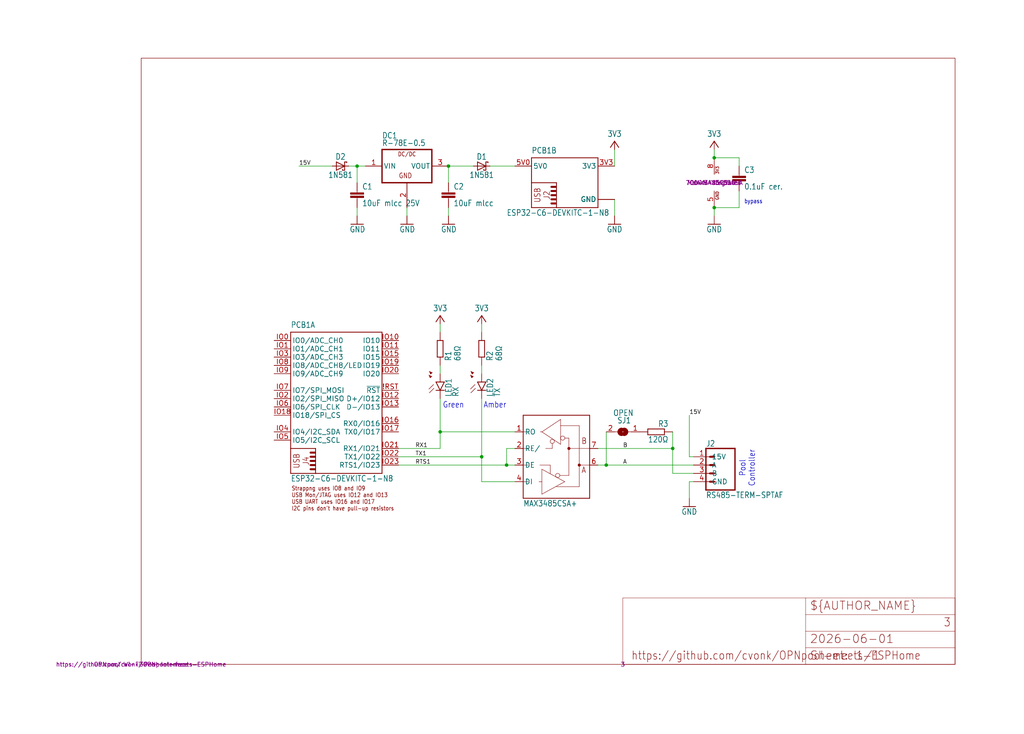
<source format=kicad_sch>
(kicad_sch (version 20250114) (generator "eeschema") (generator_version "9.0")
  (paper "User" 313.182 224.536)
  (lib_symbols
    (symbol "OPNpool r4-eagle-import:1N581"
      (property "Reference" "D" (at 0 1.905 0))
      (symbol "1N581_1_0"
        (polyline (pts (xy -1.27 1.27) (xy -1.27 -1.27)) (stroke (width 0.254)))
        (polyline (pts (xy -1.27 -1.27) (xy 1.27 0)) (stroke (width 0.254)))
        (polyline (pts (xy 0.635 -1.016) (xy 0.635 -1.27)) (stroke (width 0.254)))
        (polyline (pts (xy 1.27 1.27) (xy 1.27 0)) (stroke (width 0.254)))
        (polyline (pts (xy 1.27 0) (xy -1.27 1.27)) (stroke (width 0.254)))
        (polyline (pts (xy 1.27 0) (xy 1.27 -1.27)) (stroke (width 0.254)))
        (polyline (pts (xy 1.27 -1.27) (xy 0.635 -1.27)) (stroke (width 0.254)))
        (polyline (pts (xy 1.905 1.27) (xy 1.27 1.27)) (stroke (width 0.254)))
        (polyline (pts (xy 1.905 1.27) (xy 1.905 1.016)) (stroke (width 0.254)))
        (pin passive line (at -2.54 0 0) (length 2.54) (name "A") (number "A"))
        (pin passive line (at 2.54 0 180) (length 2.54) (name "C") (number "C"))
      )
    )
    (symbol "OPNpool r4-eagle-import:3V3" (power)
      (symbol "3V3_1_0"
        (polyline (pts (xy 0 0) (xy -1.27 -1.905)) (stroke (width 0.254)))
        (polyline (pts (xy 1.27 -1.905) (xy 0 0)) (stroke (width 0.254)))
        (pin power_in line (at 0 -2.54 90) (length 2.54) (name "3V3") (number "1"))
      )
    )
    (symbol "OPNpool r4-eagle-import:C-EUC0805K"
      (property "Reference" "C" (at 1.524 0.381 0))
      (symbol "C-EUC0805K_1_0"
        (rectangle (start -2.032 -1.016) (end 2.032 -0.508) (fill (type outline)))
        (rectangle (start -2.032 -2.032) (end 2.032 -1.524) (fill (type outline)))
        (polyline (pts (xy 0 0) (xy 0 -0.508)) (stroke (width 0.1524)))
        (polyline (pts (xy 0 -2.54) (xy 0 -2.032)) (stroke (width 0.1524)))
        (pin passive line (at 0 2.54 270) (length 2.54) (name "1") (number "1"))
        (pin passive line (at 0 -5.08 90) (length 2.54) (name "2") (number "2"))
      )
    )
    (symbol "OPNpool r4-eagle-import:ESP32-C6-DEVKITC-1-N8"
      (property "Reference" "PCB" (at 0 16.51 0))
      (symbol "ESP32-C6-DEVKITC-1-N8_1_0"
        (polyline (pts (xy 0 43.18) (xy 0 7.62)) (stroke (width 0.254)))
        (polyline (pts (xy 0 7.62) (xy 0 0)) (stroke (width 0.254)))
        (polyline (pts (xy 6.096 6.35) (xy 7.366 6.35)) (stroke (width 0.6096)))
        (polyline (pts (xy 6.096 5.08) (xy 7.366 5.08)) (stroke (width 0.6096)))
        (polyline (pts (xy 6.096 3.81) (xy 7.366 3.81)) (stroke (width 0.6096)))
        (polyline (pts (xy 6.096 2.54) (xy 7.366 2.54)) (stroke (width 0.6096)))
        (polyline (pts (xy 6.096 1.27) (xy 7.366 1.27)) (stroke (width 0.6096)))
        (polyline (pts (xy 7.62 7.62) (xy 0 7.62)) (stroke (width 0.254)))
        (polyline (pts (xy 7.62 7.62) (xy 7.62 0)) (stroke (width 0.254)))
        (polyline (pts (xy 7.62 0) (xy 0 0)) (stroke (width 0.254)))
        (polyline (pts (xy 7.62 0) (xy 27.94 0)) (stroke (width 0.254)))
        (polyline (pts (xy 27.94 43.18) (xy 0 43.18)) (stroke (width 0.254)))
        (polyline (pts (xy 27.94 0) (xy 27.94 43.18)) (stroke (width 0.254)))
        (text "Strappng uses IO8 and IO9\nUSB Mon/JTAG uses IO12 and IO13\nUSB UART uses IO16 and IO17\nI2C pins don't have pull-up resistors" (at 0.254 -11.43 0) (effects (font (size 1.27 1.0795)) (justify left bottom)))
        (text "USB\nJ4" (at 0.762 3.81 900) (effects (font (size 1.778 1.5113)) (justify top)))
        (pin bidirectional line (at -5.08 40.64 0) (length 5.08) (name "IO0/ADC_CH0") (number "IO0"))
        (pin bidirectional line (at -5.08 38.1 0) (length 5.08) (name "IO1/ADC_CH1") (number "IO1"))
        (pin bidirectional line (at -5.08 35.56 0) (length 5.08) (name "IO3/ADC_CH3") (number "IO3"))
        (pin bidirectional line (at -5.08 33.02 0) (length 5.08) (name "IO8/ADC_CH8/LED") (number "IO8"))
        (pin bidirectional line (at -5.08 30.48 0) (length 5.08) (name "IO9/ADC_CH9") (number "IO9"))
        (pin bidirectional line (at -5.08 25.4 0) (length 5.08) (name "IO7/SPI_MOSI") (number "IO7"))
        (pin bidirectional line (at -5.08 22.86 0) (length 5.08) (name "IO2/SPI_MISO") (number "IO2"))
        (pin bidirectional line (at -5.08 20.32 0) (length 5.08) (name "IO6/SPI_CLK") (number "IO6"))
        (pin bidirectional line (at -5.08 17.78 0) (length 5.08) (name "IO18/SPI_CS") (number "IO18"))
        (pin bidirectional line (at -5.08 12.7 0) (length 5.08) (name "IO4/I2C_SDA") (number "IO4"))
        (pin bidirectional line (at -5.08 10.16 0) (length 5.08) (name "IO5/I2C_SCL") (number "IO5"))
        (pin bidirectional line (at 33.02 40.64 180) (length 5.08) (name "IO10") (number "IO10"))
        (pin bidirectional line (at 33.02 38.1 180) (length 5.08) (name "IO11") (number "IO11"))
        (pin bidirectional line (at 33.02 35.56 180) (length 5.08) (name "IO15") (number "IO15"))
        (pin bidirectional line (at 33.02 33.02 180) (length 5.08) (name "IO19") (number "IO19"))
        (pin input line (at 33.02 30.48 180) (length 5.08) (name "IO20") (number "IO20"))
        (pin input line (at 33.02 25.4 180) (length 5.08) (name "~{RST}") (number "!RST"))
        (pin input line (at 33.02 22.86 180) (length 5.08) (name "D+/IO12") (number "IO12"))
        (pin input line (at 33.02 20.32 180) (length 5.08) (name "D-/IO13") (number "IO13"))
        (pin bidirectional line (at 33.02 15.24 180) (length 5.08) (name "RX0/IO16") (number "IO16"))
        (pin bidirectional line (at 33.02 12.7 180) (length 5.08) (name "TX0/IO17") (number "IO17"))
        (pin bidirectional line (at 33.02 7.62 180) (length 5.08) (name "RX1/IO21") (number "IO21"))
        (pin bidirectional line (at 33.02 5.08 180) (length 5.08) (name "TX1/IO22") (number "IO22"))
        (pin bidirectional line (at 33.02 2.54 180) (length 5.08) (name "RTS1/IO23") (number "IO23"))
      )
      (symbol "ESP32-C6-DEVKITC-1-N8_2_0"
        (polyline (pts (xy 0 15.24) (xy 0 7.62)) (stroke (width 0.254)))
        (polyline (pts (xy 0 7.62) (xy 0 0)) (stroke (width 0.254)))
        (polyline (pts (xy 0 0) (xy 7.62 0)) (stroke (width 0.254)))
        (polyline (pts (xy 6.096 6.35) (xy 7.366 6.35)) (stroke (width 0.6096)))
        (polyline (pts (xy 6.096 5.08) (xy 7.366 5.08)) (stroke (width 0.6096)))
        (polyline (pts (xy 6.096 3.81) (xy 7.366 3.81)) (stroke (width 0.6096)))
        (polyline (pts (xy 6.096 2.54) (xy 7.366 2.54)) (stroke (width 0.6096)))
        (polyline (pts (xy 6.096 1.27) (xy 7.366 1.27)) (stroke (width 0.6096)))
        (polyline (pts (xy 7.62 7.62) (xy 0 7.62)) (stroke (width 0.254)))
        (polyline (pts (xy 7.62 7.62) (xy 7.62 0)) (stroke (width 0.254)))
        (polyline (pts (xy 7.62 0) (xy 20.32 0)) (stroke (width 0.254)))
        (polyline (pts (xy 20.32 15.24) (xy 0 15.24)) (stroke (width 0.254)))
        (polyline (pts (xy 20.32 0) (xy 20.32 15.24)) (stroke (width 0.254)))
        (text "USB\nJ2" (at 0.762 3.81 900) (effects (font (size 1.778 1.5113)) (justify top)))
        (pin power_in line (at -5.08 12.7 0) (length 5.08) (name "5V0") (number "5V0"))
        (pin power_in line (at 25.4 12.7 180) (length 5.08) (name "3V3") (number "3V3"))
        (pin power_in line (at 25.4 2.54 180) (length 5.08) (name "GND") (number "GND"))
        (pin power_in line (at 25.4 2.54 180) (length 5.08) (name "GND") (number "GND@1"))
        (pin power_in line (at 25.4 2.54 180) (length 5.08) (name "GND") (number "GND@2"))
        (pin power_in line (at 25.4 2.54 180) (length 5.08) (name "GND") (number "GND@3"))
      )
    )
    (symbol "OPNpool r4-eagle-import:FRAME_LETTER_L"
      (symbol "FRAME_LETTER_L_1_0"
        (polyline (pts (xy 0 185.42) (xy 248.92 185.42) (xy 248.92 0) (xy 0 0) (xy 0 185.42)))
      )
      (symbol "FRAME_LETTER_L_2_0"
        (polyline (pts (xy 0 20.32) (xy 0 0)) (stroke (width 0.1016)))
        (polyline (pts (xy 0 0) (xy 55.88 0)) (stroke (width 0.1016)))
        (polyline (pts (xy 55.88 20.32) (xy 0 20.32)) (stroke (width 0.1016)))
        (polyline (pts (xy 55.88 20.32) (xy 55.88 15.24)) (stroke (width 0.1016)))
        (polyline (pts (xy 55.88 15.24) (xy 55.88 10.16)) (stroke (width 0.1016)))
        (polyline (pts (xy 55.88 15.24) (xy 101.6 15.24)) (stroke (width 0.1016)))
        (polyline (pts (xy 55.88 10.16) (xy 55.88 5.08)) (stroke (width 0.1016)))
        (polyline (pts (xy 55.88 10.16) (xy 101.6 10.16)) (stroke (width 0.1016)))
        (polyline (pts (xy 55.88 5.08) (xy 55.88 0)) (stroke (width 0.1016)))
        (polyline (pts (xy 55.88 5.08) (xy 101.6 5.08)) (stroke (width 0.1016)))
        (polyline (pts (xy 55.88 0) (xy 101.6 0)) (stroke (width 0.1016)))
        (polyline (pts (xy 101.6 20.32) (xy 55.88 20.32)) (stroke (width 0.1016)))
        (polyline (pts (xy 101.6 20.32) (xy 101.6 15.24)) (stroke (width 0.1016)))
        (polyline (pts (xy 101.6 15.24) (xy 101.6 10.16)) (stroke (width 0.1016)))
        (polyline (pts (xy 101.6 10.16) (xy 101.6 5.08)) (stroke (width 0.1016)))
        (polyline (pts (xy 101.6 5.08) (xy 101.6 0)) (stroke (width 0.1016)))
        (text "${DESCRIPTION}" (at 2.54 16.51 0) (effects (font (size 1.778 1.5113)) (justify left bottom)))
        (text "${URL}" (at 2.54 1.27 0) (effects (font (size 2.54 2.159)) (justify left bottom)))
        (text "${AUTHOR_NAME}" (at 57.15 16.51 0) (effects (font (size 2.54 2.54)) (justify left bottom)))
        (text "${PROJECTNAME}" (at 57.15 11.43 0) (effects (font (size 2.54 2.54)) (justify left bottom)))
        (text "${CURRENT_DATE}" (at 57.15 6.35 0) (effects (font (size 2.54 2.54)) (justify left bottom)))
        (text "Sheet:" (at 57.15 1.27 0) (effects (font (size 2.54 2.54)) (justify left bottom)))
        (text "${#}/${##}" (at 71.12 1.27 0) (effects (font (size 2.54 2.54)) (justify left bottom)))
        (text "${REV}" (at 100.33 11.43 0) (effects (font (size 2.54 2.159)) (justify right bottom)))
      )
    )
    (symbol "OPNpool r4-eagle-import:GND" (power)
      (symbol "GND_1_0"
        (polyline (pts (xy -1.905 0) (xy 1.905 0)) (stroke (width 0.254)))
        (pin power_in line (at 0 2.54 270) (length 2.54) (name "GND") (number "1"))
      )
    )
    (symbol "OPNpool r4-eagle-import:LEDCHIPLED_0805"
      (property "Reference" "LED" (at 3.556 -4.572 90))
      (symbol "LEDCHIPLED_0805_1_0"
        (polyline (pts (xy -3.429 2.159) (xy -3.048 1.27) (xy -2.54 1.778)) (stroke (width 0.1524)) (fill (type outline)))
        (polyline (pts (xy -3.302 3.302) (xy -2.921 2.413) (xy -2.413 2.921)) (stroke (width 0.1524)) (fill (type outline)))
        (polyline (pts (xy -2.032 -0.762) (xy -3.429 -2.159)) (stroke (width 0.1524)))
        (polyline (pts (xy -1.905 -1.905) (xy -3.302 -3.302)) (stroke (width 0.1524)))
        (polyline (pts (xy 0 0) (xy -1.27 0)) (stroke (width 0.254)))
        (polyline (pts (xy 0 -2.54) (xy -1.27 0)) (stroke (width 0.254)))
        (polyline (pts (xy 0 -2.54) (xy -1.27 -2.54)) (stroke (width 0.254)))
        (polyline (pts (xy 1.27 0) (xy 0 0)) (stroke (width 0.254)))
        (polyline (pts (xy 1.27 0) (xy 0 -2.54)) (stroke (width 0.254)))
        (polyline (pts (xy 1.27 -2.54) (xy 0 -2.54)) (stroke (width 0.254)))
        (pin passive line (at 0 2.54 270) (length 2.54) (name "A") (number "A"))
        (pin passive line (at 0 -5.08 90) (length 2.54) (name "C") (number "C"))
      )
    )
    (symbol "OPNpool r4-eagle-import:MAX3485CSA+"
      (symbol "MAX3485CSA+_1_0"
        (polyline (pts (xy 0 25.4) (xy 20.32 25.4)) (stroke (width 0.254)))
        (polyline (pts (xy 0 20.32) (xy 0 25.4)) (stroke (width 0.254)))
        (polyline (pts (xy 0 20.32) (xy 1.778 20.32)) (stroke (width 0.127)))
        (polyline (pts (xy 0 15.24) (xy 0 20.32)) (stroke (width 0.254)))
        (polyline (pts (xy 0 15.24) (xy 1.778 15.24)) (stroke (width 0.127)))
        (polyline (pts (xy 0 10.16) (xy 0 15.24)) (stroke (width 0.254)))
        (polyline (pts (xy 0 10.16) (xy 1.651 10.16)) (stroke (width 0.127)))
        (polyline (pts (xy 0 5.08) (xy 0 10.16)) (stroke (width 0.254)))
        (polyline (pts (xy 0 5.08) (xy 1.651 5.08)) (stroke (width 0.127)))
        (polyline (pts (xy 0 0) (xy 0 5.08)) (stroke (width 0.254)))
        (polyline (pts (xy 4.826 5.08) (xy 5.715 5.08)) (stroke (width 0.127)))
        (polyline (pts (xy 5.08 10.16) (xy 8.255 10.16)) (stroke (width 0.127)))
        (polyline (pts (xy 5.207 20.32) (xy 5.715 20.32)) (stroke (width 0.127)))
        (polyline (pts (xy 5.715 20.32) (xy 11.43 24.13)) (stroke (width 0.127)))
        (polyline (pts (xy 5.715 8.89) (xy 12.7 5.08)) (stroke (width 0.127)))
        (polyline (pts (xy 5.715 5.08) (xy 5.715 8.89)) (stroke (width 0.127)))
        (polyline (pts (xy 5.715 1.27) (xy 5.715 5.08)) (stroke (width 0.127)))
        (polyline (pts (xy 6.858 15.24) (xy 8.89 15.24)) (stroke (width 0.127)))
        (polyline (pts (xy 8.255 10.16) (xy 8.255 7.493)) (stroke (width 0.127)))
        (circle (center 8.89 17.399) (radius 0.635) (stroke (width 0.127)))
        (polyline (pts (xy 8.89 15.24) (xy 8.89 16.764)) (stroke (width 0.127)))
        (polyline (pts (xy 10.16 3.556) (xy 17.145 3.556)) (stroke (width 0.127)))
        (circle (center 10.541 6.985) (radius 0.635) (stroke (width 0.127)))
        (polyline (pts (xy 11.176 6.985) (xy 13.97 6.985)) (stroke (width 0.127)))
        (polyline (pts (xy 11.43 24.13) (xy 11.43 22.225)) (stroke (width 0.127)))
        (polyline (pts (xy 11.43 22.225) (xy 11.43 16.51)) (stroke (width 0.127)))
        (polyline (pts (xy 11.43 22.225) (xy 17.145 22.225)) (stroke (width 0.127)))
        (polyline (pts (xy 11.43 16.51) (xy 5.715 20.32)) (stroke (width 0.127)))
        (circle (center 12.065 18.415) (radius 0.635) (stroke (width 0.127)))
        (polyline (pts (xy 12.7 5.08) (xy 5.715 1.27)) (stroke (width 0.127)))
        (polyline (pts (xy 13.97 18.415) (xy 12.7 18.415)) (stroke (width 0.127)))
        (polyline (pts (xy 13.97 15.24) (xy 13.97 18.415)) (stroke (width 0.127)))
        (circle (center 13.97 15.24) (radius 0.254) (stroke (width 0.4064)))
        (polyline (pts (xy 13.97 6.985) (xy 13.97 15.24)) (stroke (width 0.127)))
        (polyline (pts (xy 17.145 10.16) (xy 17.145 22.225)) (stroke (width 0.127)))
        (circle (center 17.145 10.16) (radius 0.254) (stroke (width 0.4064)))
        (polyline (pts (xy 17.145 3.556) (xy 17.145 10.16)) (stroke (width 0.127)))
        (polyline (pts (xy 20.32 25.4) (xy 20.32 15.24)) (stroke (width 0.254)))
        (polyline (pts (xy 20.32 15.24) (xy 13.97 15.24)) (stroke (width 0.127)))
        (polyline (pts (xy 20.32 15.24) (xy 20.32 10.16)) (stroke (width 0.254)))
        (polyline (pts (xy 20.32 10.16) (xy 17.145 10.16)) (stroke (width 0.127)))
        (polyline (pts (xy 20.32 10.16) (xy 20.32 0)) (stroke (width 0.254)))
        (polyline (pts (xy 20.32 0) (xy 0 0)) (stroke (width 0.254)))
        (text "B" (at 17.78 16.51 0) (effects (font (size 1.778 1.5113)) (justify left bottom)))
        (text "A" (at 17.78 7.62 0) (effects (font (size 1.778 1.5113)) (justify left bottom)))
        (pin output line (at -2.54 20.32 0) (length 2.54) (name "RO") (number "1"))
        (pin input line (at -2.54 15.24 0) (length 2.54) (name "RE/") (number "2"))
        (pin input line (at -2.54 10.16 0) (length 2.54) (name "DE") (number "3"))
        (pin input line (at -2.54 5.08 0) (length 2.54) (name "DI") (number "4"))
        (pin passive line (at 22.86 15.24 180) (length 2.54) (name "B") (number "7"))
        (pin passive line (at 22.86 10.16 180) (length 2.54) (name "A") (number "6"))
      )
      (symbol "MAX3485CSA+_2_0"
        (text "3V3" (at 1.524 2.54 900) (effects (font (size 1.016 0.8636)) (justify left bottom)))
        (text "GND" (at 1.524 -2.54 900) (effects (font (size 1.016 0.8636)) (justify right bottom)))
        (pin passive line (at 0 7.62 270) (length 5.08) (name "VCC") (number "8"))
        (pin power_in line (at 0 -7.62 90) (length 5.08) (name "GND") (number "5"))
      )
    )
    (symbol "OPNpool r4-eagle-import:R-78E-0.5"
      (property "Reference" "DC" (at 0 10.922 0))
      (symbol "R-78E-0.5_1_0"
        (polyline (pts (xy 0 10.16) (xy 15.24 10.16)) (stroke (width 0.4064)))
        (polyline (pts (xy 0 0) (xy 0 10.16)) (stroke (width 0.4064)))
        (polyline (pts (xy 15.24 10.16) (xy 15.24 0)) (stroke (width 0.4064)))
        (polyline (pts (xy 15.24 0) (xy 0 0)) (stroke (width 0.4064)))
        (text "GND" (at 5.08 1.27 0) (effects (font (size 1.524 1.2954)) (justify left bottom)))
        (text "DC/DC" (at 7.62 8.001 0) (effects (font (size 1.27 1.0795)) (justify bottom)))
        (pin power_in line (at -5.08 5.08 0) (length 5.08) (name "VIN") (number "1"))
        (pin power_in line (at 7.62 -7.62 90) (length 7.62) (name "GND") (number "2"))
        (pin power_in line (at 20.32 5.08 180) (length 5.08) (name "VOUT") (number "3"))
      )
    )
    (symbol "OPNpool r4-eagle-import:R-EU_R0805"
      (property "Reference" "R" (at -3.81 1.4986 0))
      (symbol "R-EU_R0805_1_0"
        (polyline (pts (xy -2.54 -0.889) (xy -2.54 0.889)) (stroke (width 0.254)))
        (polyline (pts (xy -2.54 -0.889) (xy 2.54 -0.889)) (stroke (width 0.254)))
        (polyline (pts (xy 2.54 0.889) (xy -2.54 0.889)) (stroke (width 0.254)))
        (polyline (pts (xy 2.54 -0.889) (xy 2.54 0.889)) (stroke (width 0.254)))
        (pin passive line (at -5.08 0 0) (length 2.54) (name "1") (number "1"))
        (pin passive line (at 5.08 0 180) (length 2.54) (name "2") (number "2"))
      )
    )
    (symbol "OPNpool r4-eagle-import:RS485-TERM-SPTAF"
      (property "Reference" "J" (at 0 13.208 0))
      (symbol "RS485-TERM-SPTAF_1_0"
        (polyline (pts (xy 0 12.7) (xy 0 0)) (stroke (width 0.4064)))
        (polyline (pts (xy 0 12.7) (xy 8.89 12.7)) (stroke (width 0.4064)))
        (polyline (pts (xy 1.27 10.16) (xy 2.54 10.16)) (stroke (width 0.6096)))
        (polyline (pts (xy 1.27 7.62) (xy 2.54 7.62)) (stroke (width 0.6096)))
        (polyline (pts (xy 2.54 5.08) (xy 1.27 5.08)) (stroke (width 0.6096)))
        (polyline (pts (xy 2.54 2.54) (xy 1.27 2.54)) (stroke (width 0.6096)))
        (polyline (pts (xy 8.89 0) (xy 0 0)) (stroke (width 0.4064)))
        (polyline (pts (xy 8.89 0) (xy 8.89 12.7)) (stroke (width 0.4064)))
        (pin power_in line (at -3.81 10.16 0) (length 5.08) (name "15V") (number "1"))
        (pin passive line (at -3.81 7.62 0) (length 5.08) (name "A") (number "2"))
        (pin passive line (at -3.81 5.08 0) (length 5.08) (name "B") (number "3"))
        (pin power_in line (at -3.81 2.54 0) (length 5.08) (name "GND") (number "4"))
      )
    )
    (symbol "OPNpool r4-eagle-import:SJ"
      (property "Reference" "SJ" (at -2.54 2.54 0))
      (symbol "SJ_1_0"
        (polyline (pts (xy -2.54 0) (xy -1.651 0)) (stroke (width 0.1524)))
        (arc (start -0.381 -0.635) (mid -1.0159 0.0001) (end -0.3808 0.635) (stroke (width 1.27)))
        (arc (start 0.381 0.635) (mid 1.0159 -0.0001) (end 0.3808 -0.635) (stroke (width 1.27)))
        (polyline (pts (xy 2.54 0) (xy 1.651 0)) (stroke (width 0.1524)))
        (pin passive line (at -5.08 0 0) (length 2.54) (name "1") (number "1"))
        (pin passive line (at 5.08 0 180) (length 2.54) (name "2") (number "2"))
      )
    )
    (symbol "OPNpool r4-eagle-import:supply1_371_GND" (power)
      (symbol "supply1_371_GND_1_0"
        (polyline (pts (xy -1.905 0) (xy 1.905 0)) (stroke (width 0.254)))
        (pin power_in line (at 0 2.54 270) (length 2.54) (name "GND") (number "1"))
      )
    )
  )
  (text "Pool\nController" (at 226.06 143.256 90) (effects (font (size 1.778 1.5113)) (justify top)))
  (text "Green" (at 138.684 122.936 0) (effects (font (size 1.778 1.5113)) (justify top)))
  (text "bypass" (at 227.584 62.484 0) (effects (font (size 1.27 1.0795)) (justify left bottom)))
  (text "Amber" (at 151.384 122.936 0) (effects (font (size 1.778 1.5113)) (justify top)))
  (junction (at 137.16 50.8))
  (junction (at 134.62 132.08))
  (junction (at 218.44 63.5))
  (junction (at 109.22 50.8))
  (junction (at 218.44 48.26))
  (junction (at 185.42 142.24))
  (junction (at 147.32 139.7))
  (junction (at 205.74 137.16))
  (junction (at 154.94 142.24))
  (wire (pts (xy 134.62 132.08) (xy 134.62 137.16)) (stroke (width 0.1524)))
  (wire (pts (xy 147.32 99.06) (xy 147.32 101.6)) (stroke (width 0.1524)))
  (wire (pts (xy 121.92 139.7) (xy 147.32 139.7)) (stroke (width 0.1524)))
  (wire (pts (xy 226.06 48.26) (xy 218.44 48.26)) (stroke (width 0.1524)))
  (wire (pts (xy 205.74 132.08) (xy 205.74 137.16)) (stroke (width 0.1524)))
  (wire (pts (xy 226.06 63.5) (xy 226.06 58.42)) (stroke (width 0.1524)))
  (wire (pts (xy 101.6 50.8) (xy 91.44 50.8)) (stroke (width 0.1524)))
  (wire (pts (xy 185.42 142.24) (xy 212.09 142.24)) (stroke (width 0.1524)))
  (wire (pts (xy 137.16 50.8) (xy 144.78 50.8)) (stroke (width 0.1524)))
  (wire (pts (xy 147.32 139.7) (xy 147.32 147.32)) (stroke (width 0.1524)))
  (wire (pts (xy 226.06 63.5) (xy 218.44 63.5)) (stroke (width 0.1524)))
  (wire (pts (xy 137.16 55.88) (xy 137.16 50.8)) (stroke (width 0.1524)))
  (wire (pts (xy 210.82 127) (xy 210.82 139.7)) (stroke (width 0.1524)))
  (wire (pts (xy 121.92 142.24) (xy 154.94 142.24)) (stroke (width 0.1524)))
  (wire (pts (xy 121.92 137.16) (xy 134.62 137.16)) (stroke (width 0.1524)))
  (wire (pts (xy 157.48 147.32) (xy 147.32 147.32)) (stroke (width 0.1524)))
  (wire (pts (xy 134.62 99.06) (xy 134.62 101.6)) (stroke (width 0.1524)))
  (wire (pts (xy 109.22 55.88) (xy 109.22 50.8)) (stroke (width 0.1524)))
  (wire (pts (xy 210.82 147.32) (xy 212.09 147.32)) (stroke (width 0.1524)))
  (wire (pts (xy 218.44 66.04) (xy 218.44 63.5)) (stroke (width 0.1524)))
  (wire (pts (xy 187.96 45.72) (xy 187.96 50.8)) (stroke (width 0.1524)))
  (wire (pts (xy 226.06 48.26) (xy 226.06 50.8)) (stroke (width 0.1524)))
  (wire (pts (xy 147.32 111.76) (xy 147.32 114.3)) (stroke (width 0.1524)))
  (wire (pts (xy 134.62 111.76) (xy 134.62 114.3)) (stroke (width 0.1524)))
  (wire (pts (xy 218.44 45.72) (xy 218.44 48.26)) (stroke (width 0.1524)))
  (wire (pts (xy 106.68 50.8) (xy 109.22 50.8)) (stroke (width 0.1524)))
  (wire (pts (xy 185.42 132.08) (xy 185.42 142.24)) (stroke (width 0.1524)))
  (wire (pts (xy 124.46 66.04) (xy 124.46 63.5)) (stroke (width 0.1524)))
  (wire (pts (xy 137.16 63.5) (xy 137.16 66.04)) (stroke (width 0.1524)))
  (wire (pts (xy 157.48 132.08) (xy 134.62 132.08)) (stroke (width 0.1524)))
  (wire (pts (xy 154.94 142.24) (xy 154.94 137.16)) (stroke (width 0.1524)))
  (wire (pts (xy 210.82 152.4) (xy 210.82 147.32)) (stroke (width 0.1524)))
  (wire (pts (xy 134.62 121.92) (xy 134.62 132.08)) (stroke (width 0.1524)))
  (wire (pts (xy 182.88 142.24) (xy 185.42 142.24)) (stroke (width 0.1524)))
  (wire (pts (xy 182.88 137.16) (xy 205.74 137.16)) (stroke (width 0.1524)))
  (wire (pts (xy 147.32 121.92) (xy 147.32 139.7)) (stroke (width 0.1524)))
  (wire (pts (xy 187.96 60.96) (xy 187.96 66.04)) (stroke (width 0.1524)))
  (wire (pts (xy 157.48 142.24) (xy 154.94 142.24)) (stroke (width 0.1524)))
  (wire (pts (xy 205.74 144.78) (xy 212.09 144.78)) (stroke (width 0.1524)))
  (wire (pts (xy 205.74 137.16) (xy 205.74 144.78)) (stroke (width 0.1524)))
  (wire (pts (xy 210.82 139.7) (xy 212.09 139.7)) (stroke (width 0.1524)))
  (wire (pts (xy 149.86 50.8) (xy 157.48 50.8)) (stroke (width 0.1524)))
  (wire (pts (xy 109.22 66.04) (xy 109.22 63.5)) (stroke (width 0.1524)))
  (wire (pts (xy 154.94 137.16) (xy 157.48 137.16)) (stroke (width 0.1524)))
  (wire (pts (xy 109.22 50.8) (xy 111.76 50.8)) (stroke (width 0.1524)))
  (label "15V" (at 210.82 127 0) (effects (font (size 1.2446 1.2446))))
  (label "TX1" (at 127 139.7 0) (effects (font (size 1.2446 1.2446))))
  (label "15V" (at 91.44 50.8 0) (effects (font (size 1.2446 1.2446))))
  (label "A" (at 190.5 142.24 0) (effects (font (size 1.2446 1.2446))))
  (label "RTS1" (at 127 142.24 0) (effects (font (size 1.2446 1.2446))))
  (label "B" (at 190.5 137.16 0) (effects (font (size 1.2446 1.2446))))
  (label "RX1" (at 127 137.16 0) (effects (font (size 1.2446 1.2446))))
  (symbol (lib_id "OPNpool r4-eagle-import:FRAME_LETTER_L") (at 43.18 203.2 0) (unit 1)
    (property "Reference" "#U$1" (effects (hide yes)))
    (property "Value" "FRAME_LETTER_L" (effects (hide yes)))
    (property "DESCRIPTION" "OPNpool Wi-Fi Pool Interface" (at 43.18 203.2 0))
    (property "REV" "3" (at 43.18 203.2 0))
    (property "URL" "https://github.com/cvonk/OPNpool—meets—ESPHome" (at 43.18 203.2 0))
  )
  (symbol (lib_id "OPNpool r4-eagle-import:R-EU_R0805") (at 200.66 132.08 0) (mirror y) (unit 1)
    (property "Reference" "R3" (at 204.47 130.5814 0) (effects (font (size 1.778 1.5113)) (justify left bottom)))
    (property "Value" "120Ω" (at 204.47 135.382 0) (effects (font (size 1.778 1.5113)) (justify left bottom)))
    (property "Footprint" "OPNpool r4:R0805" (effects (hide yes)))
    (property "MANF" "Bourns" (effects (hide yes)))
    (property "MANF#" "CRM0805-JW-1R5ELF" (effects (hide yes)))
    (property "MOUSER#" "652-CRM0805JW1R5ELF" (effects (hide yes)))
  )
  (symbol (lib_id "OPNpool r4-eagle-import:LEDCHIPLED_0805") (at 147.32 116.84 0) (unit 1)
    (property "Reference" "LED2" (at 150.876 121.412 90) (effects (font (size 1.778 1.5113)) (justify left bottom)))
    (property "Value" "TX" (at 153.035 121.412 90) (effects (font (size 1.778 1.5113)) (justify left bottom)))
    (property "Footprint" "OPNpool r4:CHIPLED_0805" (effects (hide yes)))
  )
  (symbol (lib_id "OPNpool r4-eagle-import:ESP32-C6-DEVKITC-1-N8") (at 162.56 63.5 0) (unit 2)
    (property "Reference" "PCB1" (at 162.56 46.99 0) (effects (font (size 1.778 1.5113)) (justify left bottom)))
    (property "Value" "ESP32-C6-DEVKITC-1-N8" (at 154.94 66.04 0) (effects (font (size 1.778 1.5113)) (justify left bottom)))
    (property "Footprint" "OPNpool r4:MODULE_ESP32-C6-DEVKITC-1-N8" (effects (hide yes)))
  )
  (symbol (lib_id "OPNpool r4-eagle-import:3V3") (at 147.32 96.52 0) (unit 1)
    (property "Reference" "#+3V5" (effects (hide yes)))
    (property "Value" "3V3" (at 147.32 95.25 0) (effects (font (size 1.778 1.5113)) (justify bottom)))
  )
  (symbol (lib_id "OPNpool r4-eagle-import:R-EU_R0805") (at 147.32 106.68 270) (mirror x) (unit 1)
    (property "Reference" "R2" (at 148.8186 110.49 0) (effects (font (size 1.778 1.5113)) (justify left bottom)))
    (property "Value" "68Ω" (at 151.638 110.49 0) (effects (font (size 1.778 1.5113)) (justify left bottom)))
    (property "Footprint" "OPNpool r4:R0805" (effects (hide yes)))
    (property "MANF" "Bourns" (effects (hide yes)))
    (property "MANF#" "CRM0805-JW-1R5ELF" (effects (hide yes)))
    (property "MOUSER#" "652-CRM0805JW1R5ELF" (effects (hide yes)))
  )
  (symbol (lib_id "OPNpool r4-eagle-import:supply1_371_GND") (at 124.46 68.58 0) (mirror y) (unit 1)
    (property "Reference" "#GND10" (effects (hide yes)))
    (property "Value" "GND" (at 127 71.12 0) (effects (font (size 1.778 1.5113)) (justify left bottom)))
  )
  (symbol (lib_id "OPNpool r4-eagle-import:LEDCHIPLED_0805") (at 134.62 116.84 0) (unit 1)
    (property "Reference" "LED1" (at 138.176 121.412 90) (effects (font (size 1.778 1.5113)) (justify left bottom)))
    (property "Value" "RX" (at 140.335 121.412 90) (effects (font (size 1.778 1.5113)) (justify left bottom)))
    (property "Footprint" "OPNpool r4:CHIPLED_0805" (effects (hide yes)))
  )
  (symbol (lib_id "OPNpool r4-eagle-import:1N581") (at 104.14 50.8 0) (unit 1)
    (property "Reference" "D2" (at 104.14 48.895 0) (effects (font (size 1.778 1.5113)) (justify bottom)))
    (property "Value" "1N581" (at 104.14 54.483 0) (effects (font (size 1.778 1.5113)) (justify bottom)))
    (property "Footprint" "OPNpool r4:DO41-7.6" (effects (hide yes)))
    (property "MANF" "Rectron" (effects (hide yes)))
    (property "MANF#" "1N5818-T" (effects (hide yes)))
    (property "MOUSER#" "583-1N5818-T" (effects (hide yes)))
  )
  (symbol (lib_id "OPNpool r4-eagle-import:RS485-TERM-SPTAF") (at 215.9 149.86 0) (unit 1)
    (property "Reference" "J2" (at 215.9 136.652 0) (effects (font (size 1.778 1.5113)) (justify left bottom)))
    (property "Value" "RS485-TERM-SPTAF" (at 215.9 152.4 0) (effects (font (size 1.778 1.5113)) (justify left bottom)))
    (property "Footprint" "OPNpool r4:SPTAF1_4-5,0-LL" (effects (hide yes)))
    (property "MANF" "Phoenix Contact" (effects (hide yes)))
    (property "MANF#" "1864451" (effects (hide yes)))
    (property "MOUSER#" "651-1864451" (effects (hide yes)))
  )
  (symbol (lib_id "OPNpool r4-eagle-import:3V3") (at 218.44 43.18 0) (unit 1)
    (property "Reference" "#+3V2" (effects (hide yes)))
    (property "Value" "3V3" (at 218.44 41.91 0) (effects (font (size 1.778 1.5113)) (justify bottom)))
  )
  (symbol (lib_id "OPNpool r4-eagle-import:1N581") (at 147.32 50.8 0) (unit 1)
    (property "Reference" "D1" (at 147.32 48.895 0) (effects (font (size 1.778 1.5113)) (justify bottom)))
    (property "Value" "1N581" (at 147.32 54.483 0) (effects (font (size 1.778 1.5113)) (justify bottom)))
    (property "Footprint" "OPNpool r4:DO41-7.6" (effects (hide yes)))
    (property "MANF" "Rectron" (effects (hide yes)))
    (property "MANF#" "1N5818-T" (effects (hide yes)))
    (property "MOUSER#" "583-1N5818-T" (effects (hide yes)))
  )
  (symbol (lib_id "OPNpool r4-eagle-import:3V3") (at 134.62 96.52 0) (unit 1)
    (property "Reference" "#+3V4" (effects (hide yes)))
    (property "Value" "3V3" (at 134.62 95.25 0) (effects (font (size 1.778 1.5113)) (justify bottom)))
  )
  (symbol (lib_id "OPNpool r4-eagle-import:3V3") (at 187.96 43.18 0) (unit 1)
    (property "Reference" "#+3V3" (effects (hide yes)))
    (property "Value" "3V3" (at 187.96 41.91 0) (effects (font (size 1.778 1.5113)) (justify bottom)))
  )
  (symbol (lib_id "OPNpool r4-eagle-import:MAX3485CSA+") (at 218.44 55.88 0) (unit 2)
    (property "Reference" "U1" (effects (hide yes)))
    (property "Value" "MAX3485CSA+" (effects (hide yes)))
    (property "Footprint" "OPNpool r4:SO08" (effects (hide yes)))
    (property "MANF" "Maxim Integrated" (at 218.44 55.88 0))
    (property "MANF#" "MAX3485CSA+" (at 218.44 55.88 0))
    (property "MOUSER#" "700-MAX3485CSA" (at 218.44 55.88 0))
  )
  (symbol (lib_id "OPNpool r4-eagle-import:SJ") (at 190.5 132.08 0) (mirror y) (unit 1)
    (property "Reference" "SJ1" (at 193.04 129.54 0) (effects (font (size 1.778 1.5113)) (justify left bottom)))
    (property "Value" "OPEN" (at 193.802 127.254 0) (effects (font (size 1.778 1.5113)) (justify left bottom)))
    (property "Footprint" "OPNpool r4:SJ" (effects (hide yes)))
  )
  (symbol (lib_id "OPNpool r4-eagle-import:R-78E-0.5") (at 116.84 55.88 0) (unit 1)
    (property "Reference" "DC1" (at 116.84 42.418 0) (effects (font (size 1.778 1.5113)) (justify left bottom)))
    (property "Value" "R-78E-0.5" (at 116.84 44.704 0) (effects (font (size 1.778 1.5113)) (justify left bottom)))
    (property "Footprint" "OPNpool r4:SIP3" (effects (hide yes)))
    (property "MANF" "RECOM Power" (effects (hide yes)))
    (property "MANF#" "R-78E5.0-0.5" (effects (hide yes)))
    (property "MOUSER#" "919-R-78E5.0-0.5" (effects (hide yes)))
  )
  (symbol (lib_id "OPNpool r4-eagle-import:GND") (at 210.82 154.94 0) (unit 1)
    (property "Reference" "#GND13" (effects (hide yes)))
    (property "Value" "GND" (at 210.82 157.48 0) (effects (font (size 1.778 1.5113)) (justify bottom)))
  )
  (symbol (lib_id "OPNpool r4-eagle-import:GND") (at 218.44 68.58 0) (unit 1)
    (property "Reference" "#GND15" (effects (hide yes)))
    (property "Value" "GND" (at 218.44 71.12 0) (effects (font (size 1.778 1.5113)) (justify bottom)))
  )
  (symbol (lib_id "OPNpool r4-eagle-import:supply1_371_GND") (at 109.22 68.58 0) (mirror y) (unit 1)
    (property "Reference" "#GND6" (effects (hide yes)))
    (property "Value" "GND" (at 111.76 71.12 0) (effects (font (size 1.778 1.5113)) (justify left bottom)))
  )
  (symbol (lib_id "OPNpool r4-eagle-import:FRAME_LETTER_L") (at 190.5 203.2 0) (unit 2)
    (property "Reference" "#U$1" (effects (hide yes)))
    (property "Value" "FRAME_LETTER_L" (effects (hide yes)))
    (property "DESCRIPTION" "OPNpool Wi-Fi Pool Interface" (effects (hide yes)))
    (property "REV" "3" (at 190.5 203.2 0))
    (property "URL" "https://github.com/cvonk/OPNpool—meets—ESPHome" (effects (hide yes)))
  )
  (symbol (lib_id "OPNpool r4-eagle-import:R-EU_R0805") (at 134.62 106.68 270) (mirror x) (unit 1)
    (property "Reference" "R1" (at 136.1186 110.49 0) (effects (font (size 1.778 1.5113)) (justify left bottom)))
    (property "Value" "68Ω" (at 138.938 110.49 0) (effects (font (size 1.778 1.5113)) (justify left bottom)))
    (property "Footprint" "OPNpool r4:R0805" (effects (hide yes)))
    (property "MANF" "Bourns" (effects (hide yes)))
    (property "MANF#" "CRM0805-JW-1R5ELF" (effects (hide yes)))
    (property "MOUSER#" "652-CRM0805JW1R5ELF" (effects (hide yes)))
  )
  (symbol (lib_id "OPNpool r4-eagle-import:MAX3485CSA+") (at 160.02 152.4 0) (unit 1)
    (property "Reference" "U1" (effects (hide yes)))
    (property "Value" "MAX3485CSA+" (at 160.02 154.94 0) (effects (font (size 1.778 1.5113)) (justify left bottom)))
    (property "Footprint" "OPNpool r4:SO08" (effects (hide yes)))
    (property "MANF" "Maxim Integrated" (effects (hide yes)))
    (property "MANF#" "MAX3485CSA+" (effects (hide yes)))
    (property "MOUSER#" "700-MAX3485CSA" (effects (hide yes)))
  )
  (symbol (lib_id "OPNpool r4-eagle-import:C-EUC0805K") (at 137.16 58.42 0) (unit 1)
    (property "Reference" "C2" (at 138.684 58.039 0) (effects (font (size 1.778 1.5113)) (justify left bottom)))
    (property "Value" "10uF mlcc" (at 138.684 63.119 0) (effects (font (size 1.778 1.5113)) (justify left bottom)))
    (property "Footprint" "OPNpool r4:C0805K" (effects (hide yes)))
    (property "MANF" "Murata Electronics" (effects (hide yes)))
    (property "MANF#" "GJ821BR61E106KE11L" (effects (hide yes)))
    (property "MOUSER#" "81-GJ821BR61E106KE1L" (effects (hide yes)))
  )
  (symbol (lib_id "OPNpool r4-eagle-import:supply1_371_GND") (at 137.16 68.58 0) (mirror y) (unit 1)
    (property "Reference" "#GND8" (effects (hide yes)))
    (property "Value" "GND" (at 139.7 71.12 0) (effects (font (size 1.778 1.5113)) (justify left bottom)))
    (property "MPN" "CC0805KKX5R8BB106" (effects (hide yes)))
  )
  (symbol (lib_id "OPNpool r4-eagle-import:GND") (at 187.96 68.58 0) (unit 1)
    (property "Reference" "#GND14" (effects (hide yes)))
    (property "Value" "GND" (at 187.96 71.12 0) (effects (font (size 1.778 1.5113)) (justify bottom)))
  )
  (symbol (lib_id "OPNpool r4-eagle-import:C-EUC0805K") (at 226.06 53.34 0) (unit 1)
    (property "Reference" "C3" (at 227.584 52.959 0) (effects (font (size 1.778 1.5113)) (justify left bottom)))
    (property "Value" "0.1uF cer." (at 227.584 58.039 0) (effects (font (size 1.778 1.5113)) (justify left bottom)))
    (property "Footprint" "OPNpool r4:C0805K" (effects (hide yes)))
    (property "MANF" "KEMET" (effects (hide yes)))
    (property "MANF#" "C0805C104K1RECAUTO" (effects (hide yes)))
    (property "MOUSER#" "80-C0805C104K1REAUTO" (effects (hide yes)))
  )
  (symbol (lib_id "OPNpool r4-eagle-import:ESP32-C6-DEVKITC-1-N8") (at 88.9 144.78 0) (unit 1)
    (property "Reference" "PCB1" (at 88.9 100.33 0) (effects (font (size 1.778 1.5113)) (justify left bottom)))
    (property "Value" "ESP32-C6-DEVKITC-1-N8" (at 88.9 147.32 0) (effects (font (size 1.778 1.5113)) (justify left bottom)))
    (property "Footprint" "OPNpool r4:MODULE_ESP32-C6-DEVKITC-1-N8" (effects (hide yes)))
  )
  (symbol (lib_id "OPNpool r4-eagle-import:C-EUC0805K") (at 109.22 58.42 0) (unit 1)
    (property "Reference" "C1" (at 110.744 58.039 0) (effects (font (size 1.778 1.5113)) (justify left bottom)))
    (property "Value" "10uF mlcc 25V" (at 110.744 63.119 0) (effects (font (size 1.778 1.5113)) (justify left bottom)))
    (property "Footprint" "OPNpool r4:C0805K" (effects (hide yes)))
    (property "MANF" "Murata Electronics" (effects (hide yes)))
    (property "MANF#" "GJ821BR61E106KE11L" (effects (hide yes)))
    (property "MOUSER#" "81-GJ821BR61E106KE1L" (effects (hide yes)))
  )
)
</source>
